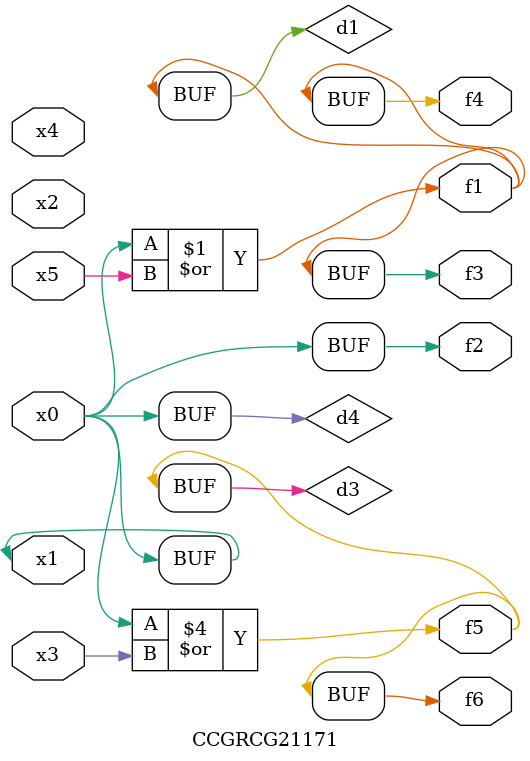
<source format=v>
module CCGRCG21171(
	input x0, x1, x2, x3, x4, x5,
	output f1, f2, f3, f4, f5, f6
);

	wire d1, d2, d3, d4;

	or (d1, x0, x5);
	xnor (d2, x1, x4);
	or (d3, x0, x3);
	buf (d4, x0, x1);
	assign f1 = d1;
	assign f2 = d4;
	assign f3 = d1;
	assign f4 = d1;
	assign f5 = d3;
	assign f6 = d3;
endmodule

</source>
